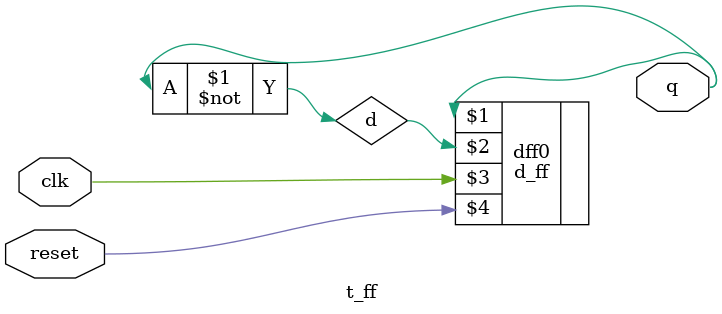
<source format=v>
module t_ff(q, clk, reset); 
output q; 
input clk, reset; 
wire d; 
d_ff dff0(q, d, clk, reset); 
not n1(d, q); // not is a verilog-provided primitive 
endmodule 

</source>
